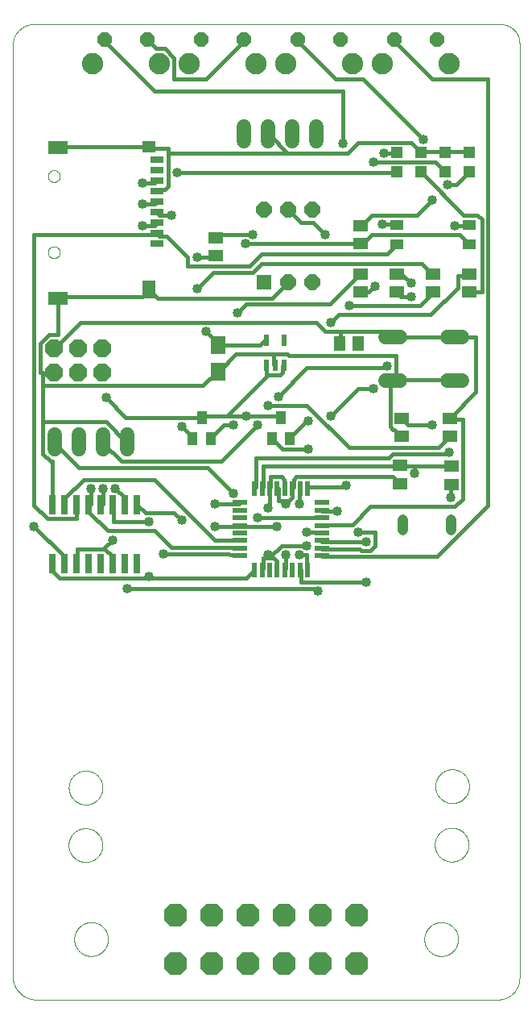
<source format=gtl>
G75*
%MOIN*%
%OFA0B0*%
%FSLAX25Y25*%
%IPPOS*%
%LPD*%
%AMOC8*
5,1,8,0,0,1.08239X$1,22.5*
%
%ADD10C,0.00000*%
%ADD11R,0.04724X0.04724*%
%ADD12R,0.06400X0.06400*%
%ADD13OC8,0.06400*%
%ADD14R,0.03937X0.05512*%
%ADD15R,0.05906X0.05118*%
%ADD16C,0.06000*%
%ADD17R,0.05118X0.05906*%
%ADD18C,0.04400*%
%ADD19R,0.02000X0.06000*%
%ADD20R,0.06000X0.02000*%
%ADD21OC8,0.06000*%
%ADD22C,0.08850*%
%ADD23R,0.02600X0.08000*%
%ADD24R,0.02165X0.04724*%
%ADD25R,0.05906X0.07677*%
%ADD26R,0.05512X0.04331*%
%ADD27OC8,0.07400*%
%ADD28OC8,0.09449*%
%ADD29C,0.05937*%
%ADD30R,0.07874X0.05512*%
%ADD31R,0.05512X0.05039*%
%ADD32R,0.05512X0.07677*%
%ADD33R,0.05512X0.02756*%
%ADD34C,0.01600*%
%ADD35C,0.04000*%
D10*
X0032652Y0010767D02*
X0032652Y0395526D01*
X0032651Y0395526D02*
X0032654Y0395737D01*
X0032661Y0395947D01*
X0032674Y0396158D01*
X0032692Y0396368D01*
X0032715Y0396577D01*
X0032743Y0396786D01*
X0032775Y0396994D01*
X0032813Y0397201D01*
X0032856Y0397408D01*
X0032904Y0397613D01*
X0032957Y0397817D01*
X0033015Y0398019D01*
X0033078Y0398221D01*
X0033145Y0398420D01*
X0033218Y0398618D01*
X0033295Y0398814D01*
X0033377Y0399008D01*
X0033463Y0399201D01*
X0033554Y0399391D01*
X0033650Y0399578D01*
X0033750Y0399764D01*
X0033855Y0399947D01*
X0033964Y0400127D01*
X0034077Y0400305D01*
X0034195Y0400480D01*
X0034316Y0400651D01*
X0034442Y0400820D01*
X0034572Y0400986D01*
X0034706Y0401149D01*
X0034844Y0401308D01*
X0034986Y0401464D01*
X0035131Y0401617D01*
X0035280Y0401766D01*
X0035433Y0401911D01*
X0035589Y0402053D01*
X0035748Y0402191D01*
X0035911Y0402325D01*
X0036077Y0402455D01*
X0036246Y0402581D01*
X0036417Y0402702D01*
X0036592Y0402820D01*
X0036770Y0402933D01*
X0036950Y0403042D01*
X0037133Y0403147D01*
X0037319Y0403247D01*
X0037506Y0403343D01*
X0037696Y0403434D01*
X0037889Y0403520D01*
X0038083Y0403602D01*
X0038279Y0403679D01*
X0038477Y0403752D01*
X0038676Y0403819D01*
X0038878Y0403882D01*
X0039080Y0403940D01*
X0039284Y0403993D01*
X0039489Y0404041D01*
X0039696Y0404084D01*
X0039903Y0404122D01*
X0040111Y0404154D01*
X0040320Y0404182D01*
X0040529Y0404205D01*
X0040739Y0404223D01*
X0040950Y0404236D01*
X0041160Y0404243D01*
X0041371Y0404246D01*
X0041371Y0404245D02*
X0234687Y0404245D01*
X0234878Y0404243D01*
X0235068Y0404236D01*
X0235258Y0404224D01*
X0235448Y0404208D01*
X0235638Y0404188D01*
X0235826Y0404162D01*
X0236015Y0404132D01*
X0236202Y0404098D01*
X0236389Y0404059D01*
X0236574Y0404016D01*
X0236759Y0403968D01*
X0236942Y0403916D01*
X0237124Y0403859D01*
X0237304Y0403798D01*
X0237483Y0403733D01*
X0237661Y0403663D01*
X0237836Y0403589D01*
X0238010Y0403511D01*
X0238182Y0403428D01*
X0238352Y0403342D01*
X0238519Y0403251D01*
X0238685Y0403156D01*
X0238848Y0403058D01*
X0239009Y0402955D01*
X0239167Y0402849D01*
X0239322Y0402739D01*
X0239475Y0402625D01*
X0239625Y0402508D01*
X0239772Y0402386D01*
X0239916Y0402262D01*
X0240057Y0402134D01*
X0240195Y0402002D01*
X0240330Y0401867D01*
X0240462Y0401729D01*
X0240590Y0401588D01*
X0240714Y0401444D01*
X0240836Y0401297D01*
X0240953Y0401147D01*
X0241067Y0400994D01*
X0241177Y0400839D01*
X0241283Y0400681D01*
X0241386Y0400520D01*
X0241484Y0400357D01*
X0241579Y0400191D01*
X0241670Y0400024D01*
X0241756Y0399854D01*
X0241839Y0399682D01*
X0241917Y0399508D01*
X0241991Y0399333D01*
X0242061Y0399155D01*
X0242126Y0398976D01*
X0242187Y0398796D01*
X0242244Y0398614D01*
X0242296Y0398431D01*
X0242344Y0398246D01*
X0242387Y0398061D01*
X0242426Y0397874D01*
X0242460Y0397687D01*
X0242490Y0397498D01*
X0242516Y0397310D01*
X0242536Y0397120D01*
X0242552Y0396930D01*
X0242564Y0396740D01*
X0242571Y0396550D01*
X0242573Y0396359D01*
X0242573Y0009978D01*
X0242570Y0009761D01*
X0242563Y0009544D01*
X0242549Y0009328D01*
X0242531Y0009111D01*
X0242508Y0008896D01*
X0242479Y0008681D01*
X0242445Y0008466D01*
X0242406Y0008253D01*
X0242361Y0008041D01*
X0242312Y0007829D01*
X0242258Y0007619D01*
X0242198Y0007411D01*
X0242134Y0007204D01*
X0242064Y0006998D01*
X0241990Y0006794D01*
X0241910Y0006592D01*
X0241826Y0006393D01*
X0241737Y0006195D01*
X0241643Y0005999D01*
X0241545Y0005806D01*
X0241441Y0005615D01*
X0241334Y0005427D01*
X0241222Y0005241D01*
X0241105Y0005058D01*
X0240984Y0004878D01*
X0240858Y0004701D01*
X0240729Y0004527D01*
X0240595Y0004356D01*
X0240457Y0004189D01*
X0240315Y0004024D01*
X0240169Y0003864D01*
X0240020Y0003707D01*
X0239866Y0003553D01*
X0239709Y0003404D01*
X0239549Y0003258D01*
X0239384Y0003116D01*
X0239217Y0002978D01*
X0239046Y0002844D01*
X0238872Y0002715D01*
X0238695Y0002589D01*
X0238515Y0002468D01*
X0238332Y0002351D01*
X0238146Y0002239D01*
X0237958Y0002132D01*
X0237767Y0002028D01*
X0237574Y0001930D01*
X0237378Y0001836D01*
X0237180Y0001747D01*
X0236981Y0001663D01*
X0236779Y0001583D01*
X0236575Y0001509D01*
X0236369Y0001439D01*
X0236162Y0001375D01*
X0235954Y0001315D01*
X0235744Y0001261D01*
X0235532Y0001212D01*
X0235320Y0001167D01*
X0235107Y0001128D01*
X0234892Y0001094D01*
X0234677Y0001065D01*
X0234462Y0001042D01*
X0234245Y0001024D01*
X0234029Y0001010D01*
X0233812Y0001003D01*
X0233595Y0001000D01*
X0042418Y0001000D01*
X0042182Y0001003D01*
X0041946Y0001011D01*
X0041711Y0001026D01*
X0041475Y0001046D01*
X0041241Y0001071D01*
X0041007Y0001102D01*
X0040774Y0001139D01*
X0040541Y0001182D01*
X0040310Y0001230D01*
X0040081Y0001284D01*
X0039852Y0001343D01*
X0039625Y0001408D01*
X0039400Y0001478D01*
X0039176Y0001554D01*
X0038955Y0001635D01*
X0038735Y0001721D01*
X0038517Y0001813D01*
X0038302Y0001910D01*
X0038089Y0002012D01*
X0037879Y0002119D01*
X0037671Y0002231D01*
X0037467Y0002348D01*
X0037265Y0002470D01*
X0037066Y0002597D01*
X0036870Y0002729D01*
X0036677Y0002865D01*
X0036488Y0003006D01*
X0036302Y0003152D01*
X0036120Y0003302D01*
X0035941Y0003456D01*
X0035767Y0003615D01*
X0035596Y0003778D01*
X0035429Y0003945D01*
X0035266Y0004116D01*
X0035107Y0004290D01*
X0034953Y0004469D01*
X0034803Y0004651D01*
X0034657Y0004837D01*
X0034516Y0005026D01*
X0034380Y0005219D01*
X0034248Y0005415D01*
X0034121Y0005614D01*
X0033999Y0005816D01*
X0033882Y0006020D01*
X0033770Y0006228D01*
X0033663Y0006438D01*
X0033561Y0006651D01*
X0033464Y0006866D01*
X0033372Y0007084D01*
X0033286Y0007304D01*
X0033205Y0007525D01*
X0033129Y0007749D01*
X0033059Y0007974D01*
X0032994Y0008201D01*
X0032935Y0008430D01*
X0032881Y0008659D01*
X0032833Y0008890D01*
X0032790Y0009123D01*
X0032753Y0009356D01*
X0032722Y0009590D01*
X0032697Y0009824D01*
X0032677Y0010060D01*
X0032662Y0010295D01*
X0032654Y0010531D01*
X0032651Y0010767D01*
X0058152Y0026000D02*
X0058154Y0026172D01*
X0058160Y0026343D01*
X0058171Y0026515D01*
X0058186Y0026686D01*
X0058205Y0026857D01*
X0058228Y0027027D01*
X0058255Y0027197D01*
X0058287Y0027366D01*
X0058322Y0027534D01*
X0058362Y0027701D01*
X0058406Y0027867D01*
X0058453Y0028032D01*
X0058505Y0028196D01*
X0058561Y0028358D01*
X0058621Y0028519D01*
X0058685Y0028679D01*
X0058753Y0028837D01*
X0058824Y0028993D01*
X0058899Y0029147D01*
X0058979Y0029300D01*
X0059061Y0029450D01*
X0059148Y0029599D01*
X0059238Y0029745D01*
X0059332Y0029889D01*
X0059429Y0030031D01*
X0059530Y0030170D01*
X0059634Y0030307D01*
X0059741Y0030441D01*
X0059852Y0030572D01*
X0059965Y0030701D01*
X0060082Y0030827D01*
X0060202Y0030950D01*
X0060325Y0031070D01*
X0060451Y0031187D01*
X0060580Y0031300D01*
X0060711Y0031411D01*
X0060845Y0031518D01*
X0060982Y0031622D01*
X0061121Y0031723D01*
X0061263Y0031820D01*
X0061407Y0031914D01*
X0061553Y0032004D01*
X0061702Y0032091D01*
X0061852Y0032173D01*
X0062005Y0032253D01*
X0062159Y0032328D01*
X0062315Y0032399D01*
X0062473Y0032467D01*
X0062633Y0032531D01*
X0062794Y0032591D01*
X0062956Y0032647D01*
X0063120Y0032699D01*
X0063285Y0032746D01*
X0063451Y0032790D01*
X0063618Y0032830D01*
X0063786Y0032865D01*
X0063955Y0032897D01*
X0064125Y0032924D01*
X0064295Y0032947D01*
X0064466Y0032966D01*
X0064637Y0032981D01*
X0064809Y0032992D01*
X0064980Y0032998D01*
X0065152Y0033000D01*
X0065324Y0032998D01*
X0065495Y0032992D01*
X0065667Y0032981D01*
X0065838Y0032966D01*
X0066009Y0032947D01*
X0066179Y0032924D01*
X0066349Y0032897D01*
X0066518Y0032865D01*
X0066686Y0032830D01*
X0066853Y0032790D01*
X0067019Y0032746D01*
X0067184Y0032699D01*
X0067348Y0032647D01*
X0067510Y0032591D01*
X0067671Y0032531D01*
X0067831Y0032467D01*
X0067989Y0032399D01*
X0068145Y0032328D01*
X0068299Y0032253D01*
X0068452Y0032173D01*
X0068602Y0032091D01*
X0068751Y0032004D01*
X0068897Y0031914D01*
X0069041Y0031820D01*
X0069183Y0031723D01*
X0069322Y0031622D01*
X0069459Y0031518D01*
X0069593Y0031411D01*
X0069724Y0031300D01*
X0069853Y0031187D01*
X0069979Y0031070D01*
X0070102Y0030950D01*
X0070222Y0030827D01*
X0070339Y0030701D01*
X0070452Y0030572D01*
X0070563Y0030441D01*
X0070670Y0030307D01*
X0070774Y0030170D01*
X0070875Y0030031D01*
X0070972Y0029889D01*
X0071066Y0029745D01*
X0071156Y0029599D01*
X0071243Y0029450D01*
X0071325Y0029300D01*
X0071405Y0029147D01*
X0071480Y0028993D01*
X0071551Y0028837D01*
X0071619Y0028679D01*
X0071683Y0028519D01*
X0071743Y0028358D01*
X0071799Y0028196D01*
X0071851Y0028032D01*
X0071898Y0027867D01*
X0071942Y0027701D01*
X0071982Y0027534D01*
X0072017Y0027366D01*
X0072049Y0027197D01*
X0072076Y0027027D01*
X0072099Y0026857D01*
X0072118Y0026686D01*
X0072133Y0026515D01*
X0072144Y0026343D01*
X0072150Y0026172D01*
X0072152Y0026000D01*
X0072150Y0025828D01*
X0072144Y0025657D01*
X0072133Y0025485D01*
X0072118Y0025314D01*
X0072099Y0025143D01*
X0072076Y0024973D01*
X0072049Y0024803D01*
X0072017Y0024634D01*
X0071982Y0024466D01*
X0071942Y0024299D01*
X0071898Y0024133D01*
X0071851Y0023968D01*
X0071799Y0023804D01*
X0071743Y0023642D01*
X0071683Y0023481D01*
X0071619Y0023321D01*
X0071551Y0023163D01*
X0071480Y0023007D01*
X0071405Y0022853D01*
X0071325Y0022700D01*
X0071243Y0022550D01*
X0071156Y0022401D01*
X0071066Y0022255D01*
X0070972Y0022111D01*
X0070875Y0021969D01*
X0070774Y0021830D01*
X0070670Y0021693D01*
X0070563Y0021559D01*
X0070452Y0021428D01*
X0070339Y0021299D01*
X0070222Y0021173D01*
X0070102Y0021050D01*
X0069979Y0020930D01*
X0069853Y0020813D01*
X0069724Y0020700D01*
X0069593Y0020589D01*
X0069459Y0020482D01*
X0069322Y0020378D01*
X0069183Y0020277D01*
X0069041Y0020180D01*
X0068897Y0020086D01*
X0068751Y0019996D01*
X0068602Y0019909D01*
X0068452Y0019827D01*
X0068299Y0019747D01*
X0068145Y0019672D01*
X0067989Y0019601D01*
X0067831Y0019533D01*
X0067671Y0019469D01*
X0067510Y0019409D01*
X0067348Y0019353D01*
X0067184Y0019301D01*
X0067019Y0019254D01*
X0066853Y0019210D01*
X0066686Y0019170D01*
X0066518Y0019135D01*
X0066349Y0019103D01*
X0066179Y0019076D01*
X0066009Y0019053D01*
X0065838Y0019034D01*
X0065667Y0019019D01*
X0065495Y0019008D01*
X0065324Y0019002D01*
X0065152Y0019000D01*
X0064980Y0019002D01*
X0064809Y0019008D01*
X0064637Y0019019D01*
X0064466Y0019034D01*
X0064295Y0019053D01*
X0064125Y0019076D01*
X0063955Y0019103D01*
X0063786Y0019135D01*
X0063618Y0019170D01*
X0063451Y0019210D01*
X0063285Y0019254D01*
X0063120Y0019301D01*
X0062956Y0019353D01*
X0062794Y0019409D01*
X0062633Y0019469D01*
X0062473Y0019533D01*
X0062315Y0019601D01*
X0062159Y0019672D01*
X0062005Y0019747D01*
X0061852Y0019827D01*
X0061702Y0019909D01*
X0061553Y0019996D01*
X0061407Y0020086D01*
X0061263Y0020180D01*
X0061121Y0020277D01*
X0060982Y0020378D01*
X0060845Y0020482D01*
X0060711Y0020589D01*
X0060580Y0020700D01*
X0060451Y0020813D01*
X0060325Y0020930D01*
X0060202Y0021050D01*
X0060082Y0021173D01*
X0059965Y0021299D01*
X0059852Y0021428D01*
X0059741Y0021559D01*
X0059634Y0021693D01*
X0059530Y0021830D01*
X0059429Y0021969D01*
X0059332Y0022111D01*
X0059238Y0022255D01*
X0059148Y0022401D01*
X0059061Y0022550D01*
X0058979Y0022700D01*
X0058899Y0022853D01*
X0058824Y0023007D01*
X0058753Y0023163D01*
X0058685Y0023321D01*
X0058621Y0023481D01*
X0058561Y0023642D01*
X0058505Y0023804D01*
X0058453Y0023968D01*
X0058406Y0024133D01*
X0058362Y0024299D01*
X0058322Y0024466D01*
X0058287Y0024634D01*
X0058255Y0024803D01*
X0058228Y0024973D01*
X0058205Y0025143D01*
X0058186Y0025314D01*
X0058171Y0025485D01*
X0058160Y0025657D01*
X0058154Y0025828D01*
X0058152Y0026000D01*
X0055822Y0064839D02*
X0055824Y0065011D01*
X0055830Y0065182D01*
X0055841Y0065354D01*
X0055856Y0065525D01*
X0055875Y0065696D01*
X0055898Y0065866D01*
X0055925Y0066036D01*
X0055957Y0066205D01*
X0055992Y0066373D01*
X0056032Y0066540D01*
X0056076Y0066706D01*
X0056123Y0066871D01*
X0056175Y0067035D01*
X0056231Y0067197D01*
X0056291Y0067358D01*
X0056355Y0067518D01*
X0056423Y0067676D01*
X0056494Y0067832D01*
X0056569Y0067986D01*
X0056649Y0068139D01*
X0056731Y0068289D01*
X0056818Y0068438D01*
X0056908Y0068584D01*
X0057002Y0068728D01*
X0057099Y0068870D01*
X0057200Y0069009D01*
X0057304Y0069146D01*
X0057411Y0069280D01*
X0057522Y0069411D01*
X0057635Y0069540D01*
X0057752Y0069666D01*
X0057872Y0069789D01*
X0057995Y0069909D01*
X0058121Y0070026D01*
X0058250Y0070139D01*
X0058381Y0070250D01*
X0058515Y0070357D01*
X0058652Y0070461D01*
X0058791Y0070562D01*
X0058933Y0070659D01*
X0059077Y0070753D01*
X0059223Y0070843D01*
X0059372Y0070930D01*
X0059522Y0071012D01*
X0059675Y0071092D01*
X0059829Y0071167D01*
X0059985Y0071238D01*
X0060143Y0071306D01*
X0060303Y0071370D01*
X0060464Y0071430D01*
X0060626Y0071486D01*
X0060790Y0071538D01*
X0060955Y0071585D01*
X0061121Y0071629D01*
X0061288Y0071669D01*
X0061456Y0071704D01*
X0061625Y0071736D01*
X0061795Y0071763D01*
X0061965Y0071786D01*
X0062136Y0071805D01*
X0062307Y0071820D01*
X0062479Y0071831D01*
X0062650Y0071837D01*
X0062822Y0071839D01*
X0062994Y0071837D01*
X0063165Y0071831D01*
X0063337Y0071820D01*
X0063508Y0071805D01*
X0063679Y0071786D01*
X0063849Y0071763D01*
X0064019Y0071736D01*
X0064188Y0071704D01*
X0064356Y0071669D01*
X0064523Y0071629D01*
X0064689Y0071585D01*
X0064854Y0071538D01*
X0065018Y0071486D01*
X0065180Y0071430D01*
X0065341Y0071370D01*
X0065501Y0071306D01*
X0065659Y0071238D01*
X0065815Y0071167D01*
X0065969Y0071092D01*
X0066122Y0071012D01*
X0066272Y0070930D01*
X0066421Y0070843D01*
X0066567Y0070753D01*
X0066711Y0070659D01*
X0066853Y0070562D01*
X0066992Y0070461D01*
X0067129Y0070357D01*
X0067263Y0070250D01*
X0067394Y0070139D01*
X0067523Y0070026D01*
X0067649Y0069909D01*
X0067772Y0069789D01*
X0067892Y0069666D01*
X0068009Y0069540D01*
X0068122Y0069411D01*
X0068233Y0069280D01*
X0068340Y0069146D01*
X0068444Y0069009D01*
X0068545Y0068870D01*
X0068642Y0068728D01*
X0068736Y0068584D01*
X0068826Y0068438D01*
X0068913Y0068289D01*
X0068995Y0068139D01*
X0069075Y0067986D01*
X0069150Y0067832D01*
X0069221Y0067676D01*
X0069289Y0067518D01*
X0069353Y0067358D01*
X0069413Y0067197D01*
X0069469Y0067035D01*
X0069521Y0066871D01*
X0069568Y0066706D01*
X0069612Y0066540D01*
X0069652Y0066373D01*
X0069687Y0066205D01*
X0069719Y0066036D01*
X0069746Y0065866D01*
X0069769Y0065696D01*
X0069788Y0065525D01*
X0069803Y0065354D01*
X0069814Y0065182D01*
X0069820Y0065011D01*
X0069822Y0064839D01*
X0069820Y0064667D01*
X0069814Y0064496D01*
X0069803Y0064324D01*
X0069788Y0064153D01*
X0069769Y0063982D01*
X0069746Y0063812D01*
X0069719Y0063642D01*
X0069687Y0063473D01*
X0069652Y0063305D01*
X0069612Y0063138D01*
X0069568Y0062972D01*
X0069521Y0062807D01*
X0069469Y0062643D01*
X0069413Y0062481D01*
X0069353Y0062320D01*
X0069289Y0062160D01*
X0069221Y0062002D01*
X0069150Y0061846D01*
X0069075Y0061692D01*
X0068995Y0061539D01*
X0068913Y0061389D01*
X0068826Y0061240D01*
X0068736Y0061094D01*
X0068642Y0060950D01*
X0068545Y0060808D01*
X0068444Y0060669D01*
X0068340Y0060532D01*
X0068233Y0060398D01*
X0068122Y0060267D01*
X0068009Y0060138D01*
X0067892Y0060012D01*
X0067772Y0059889D01*
X0067649Y0059769D01*
X0067523Y0059652D01*
X0067394Y0059539D01*
X0067263Y0059428D01*
X0067129Y0059321D01*
X0066992Y0059217D01*
X0066853Y0059116D01*
X0066711Y0059019D01*
X0066567Y0058925D01*
X0066421Y0058835D01*
X0066272Y0058748D01*
X0066122Y0058666D01*
X0065969Y0058586D01*
X0065815Y0058511D01*
X0065659Y0058440D01*
X0065501Y0058372D01*
X0065341Y0058308D01*
X0065180Y0058248D01*
X0065018Y0058192D01*
X0064854Y0058140D01*
X0064689Y0058093D01*
X0064523Y0058049D01*
X0064356Y0058009D01*
X0064188Y0057974D01*
X0064019Y0057942D01*
X0063849Y0057915D01*
X0063679Y0057892D01*
X0063508Y0057873D01*
X0063337Y0057858D01*
X0063165Y0057847D01*
X0062994Y0057841D01*
X0062822Y0057839D01*
X0062650Y0057841D01*
X0062479Y0057847D01*
X0062307Y0057858D01*
X0062136Y0057873D01*
X0061965Y0057892D01*
X0061795Y0057915D01*
X0061625Y0057942D01*
X0061456Y0057974D01*
X0061288Y0058009D01*
X0061121Y0058049D01*
X0060955Y0058093D01*
X0060790Y0058140D01*
X0060626Y0058192D01*
X0060464Y0058248D01*
X0060303Y0058308D01*
X0060143Y0058372D01*
X0059985Y0058440D01*
X0059829Y0058511D01*
X0059675Y0058586D01*
X0059522Y0058666D01*
X0059372Y0058748D01*
X0059223Y0058835D01*
X0059077Y0058925D01*
X0058933Y0059019D01*
X0058791Y0059116D01*
X0058652Y0059217D01*
X0058515Y0059321D01*
X0058381Y0059428D01*
X0058250Y0059539D01*
X0058121Y0059652D01*
X0057995Y0059769D01*
X0057872Y0059889D01*
X0057752Y0060012D01*
X0057635Y0060138D01*
X0057522Y0060267D01*
X0057411Y0060398D01*
X0057304Y0060532D01*
X0057200Y0060669D01*
X0057099Y0060808D01*
X0057002Y0060950D01*
X0056908Y0061094D01*
X0056818Y0061240D01*
X0056731Y0061389D01*
X0056649Y0061539D01*
X0056569Y0061692D01*
X0056494Y0061846D01*
X0056423Y0062002D01*
X0056355Y0062160D01*
X0056291Y0062320D01*
X0056231Y0062481D01*
X0056175Y0062643D01*
X0056123Y0062807D01*
X0056076Y0062972D01*
X0056032Y0063138D01*
X0055992Y0063305D01*
X0055957Y0063473D01*
X0055925Y0063642D01*
X0055898Y0063812D01*
X0055875Y0063982D01*
X0055856Y0064153D01*
X0055841Y0064324D01*
X0055830Y0064496D01*
X0055824Y0064667D01*
X0055822Y0064839D01*
X0055891Y0088621D02*
X0055893Y0088793D01*
X0055899Y0088964D01*
X0055910Y0089136D01*
X0055925Y0089307D01*
X0055944Y0089478D01*
X0055967Y0089648D01*
X0055994Y0089818D01*
X0056026Y0089987D01*
X0056061Y0090155D01*
X0056101Y0090322D01*
X0056145Y0090488D01*
X0056192Y0090653D01*
X0056244Y0090817D01*
X0056300Y0090979D01*
X0056360Y0091140D01*
X0056424Y0091300D01*
X0056492Y0091458D01*
X0056563Y0091614D01*
X0056638Y0091768D01*
X0056718Y0091921D01*
X0056800Y0092071D01*
X0056887Y0092220D01*
X0056977Y0092366D01*
X0057071Y0092510D01*
X0057168Y0092652D01*
X0057269Y0092791D01*
X0057373Y0092928D01*
X0057480Y0093062D01*
X0057591Y0093193D01*
X0057704Y0093322D01*
X0057821Y0093448D01*
X0057941Y0093571D01*
X0058064Y0093691D01*
X0058190Y0093808D01*
X0058319Y0093921D01*
X0058450Y0094032D01*
X0058584Y0094139D01*
X0058721Y0094243D01*
X0058860Y0094344D01*
X0059002Y0094441D01*
X0059146Y0094535D01*
X0059292Y0094625D01*
X0059441Y0094712D01*
X0059591Y0094794D01*
X0059744Y0094874D01*
X0059898Y0094949D01*
X0060054Y0095020D01*
X0060212Y0095088D01*
X0060372Y0095152D01*
X0060533Y0095212D01*
X0060695Y0095268D01*
X0060859Y0095320D01*
X0061024Y0095367D01*
X0061190Y0095411D01*
X0061357Y0095451D01*
X0061525Y0095486D01*
X0061694Y0095518D01*
X0061864Y0095545D01*
X0062034Y0095568D01*
X0062205Y0095587D01*
X0062376Y0095602D01*
X0062548Y0095613D01*
X0062719Y0095619D01*
X0062891Y0095621D01*
X0063063Y0095619D01*
X0063234Y0095613D01*
X0063406Y0095602D01*
X0063577Y0095587D01*
X0063748Y0095568D01*
X0063918Y0095545D01*
X0064088Y0095518D01*
X0064257Y0095486D01*
X0064425Y0095451D01*
X0064592Y0095411D01*
X0064758Y0095367D01*
X0064923Y0095320D01*
X0065087Y0095268D01*
X0065249Y0095212D01*
X0065410Y0095152D01*
X0065570Y0095088D01*
X0065728Y0095020D01*
X0065884Y0094949D01*
X0066038Y0094874D01*
X0066191Y0094794D01*
X0066341Y0094712D01*
X0066490Y0094625D01*
X0066636Y0094535D01*
X0066780Y0094441D01*
X0066922Y0094344D01*
X0067061Y0094243D01*
X0067198Y0094139D01*
X0067332Y0094032D01*
X0067463Y0093921D01*
X0067592Y0093808D01*
X0067718Y0093691D01*
X0067841Y0093571D01*
X0067961Y0093448D01*
X0068078Y0093322D01*
X0068191Y0093193D01*
X0068302Y0093062D01*
X0068409Y0092928D01*
X0068513Y0092791D01*
X0068614Y0092652D01*
X0068711Y0092510D01*
X0068805Y0092366D01*
X0068895Y0092220D01*
X0068982Y0092071D01*
X0069064Y0091921D01*
X0069144Y0091768D01*
X0069219Y0091614D01*
X0069290Y0091458D01*
X0069358Y0091300D01*
X0069422Y0091140D01*
X0069482Y0090979D01*
X0069538Y0090817D01*
X0069590Y0090653D01*
X0069637Y0090488D01*
X0069681Y0090322D01*
X0069721Y0090155D01*
X0069756Y0089987D01*
X0069788Y0089818D01*
X0069815Y0089648D01*
X0069838Y0089478D01*
X0069857Y0089307D01*
X0069872Y0089136D01*
X0069883Y0088964D01*
X0069889Y0088793D01*
X0069891Y0088621D01*
X0069889Y0088449D01*
X0069883Y0088278D01*
X0069872Y0088106D01*
X0069857Y0087935D01*
X0069838Y0087764D01*
X0069815Y0087594D01*
X0069788Y0087424D01*
X0069756Y0087255D01*
X0069721Y0087087D01*
X0069681Y0086920D01*
X0069637Y0086754D01*
X0069590Y0086589D01*
X0069538Y0086425D01*
X0069482Y0086263D01*
X0069422Y0086102D01*
X0069358Y0085942D01*
X0069290Y0085784D01*
X0069219Y0085628D01*
X0069144Y0085474D01*
X0069064Y0085321D01*
X0068982Y0085171D01*
X0068895Y0085022D01*
X0068805Y0084876D01*
X0068711Y0084732D01*
X0068614Y0084590D01*
X0068513Y0084451D01*
X0068409Y0084314D01*
X0068302Y0084180D01*
X0068191Y0084049D01*
X0068078Y0083920D01*
X0067961Y0083794D01*
X0067841Y0083671D01*
X0067718Y0083551D01*
X0067592Y0083434D01*
X0067463Y0083321D01*
X0067332Y0083210D01*
X0067198Y0083103D01*
X0067061Y0082999D01*
X0066922Y0082898D01*
X0066780Y0082801D01*
X0066636Y0082707D01*
X0066490Y0082617D01*
X0066341Y0082530D01*
X0066191Y0082448D01*
X0066038Y0082368D01*
X0065884Y0082293D01*
X0065728Y0082222D01*
X0065570Y0082154D01*
X0065410Y0082090D01*
X0065249Y0082030D01*
X0065087Y0081974D01*
X0064923Y0081922D01*
X0064758Y0081875D01*
X0064592Y0081831D01*
X0064425Y0081791D01*
X0064257Y0081756D01*
X0064088Y0081724D01*
X0063918Y0081697D01*
X0063748Y0081674D01*
X0063577Y0081655D01*
X0063406Y0081640D01*
X0063234Y0081629D01*
X0063063Y0081623D01*
X0062891Y0081621D01*
X0062719Y0081623D01*
X0062548Y0081629D01*
X0062376Y0081640D01*
X0062205Y0081655D01*
X0062034Y0081674D01*
X0061864Y0081697D01*
X0061694Y0081724D01*
X0061525Y0081756D01*
X0061357Y0081791D01*
X0061190Y0081831D01*
X0061024Y0081875D01*
X0060859Y0081922D01*
X0060695Y0081974D01*
X0060533Y0082030D01*
X0060372Y0082090D01*
X0060212Y0082154D01*
X0060054Y0082222D01*
X0059898Y0082293D01*
X0059744Y0082368D01*
X0059591Y0082448D01*
X0059441Y0082530D01*
X0059292Y0082617D01*
X0059146Y0082707D01*
X0059002Y0082801D01*
X0058860Y0082898D01*
X0058721Y0082999D01*
X0058584Y0083103D01*
X0058450Y0083210D01*
X0058319Y0083321D01*
X0058190Y0083434D01*
X0058064Y0083551D01*
X0057941Y0083671D01*
X0057821Y0083794D01*
X0057704Y0083920D01*
X0057591Y0084049D01*
X0057480Y0084180D01*
X0057373Y0084314D01*
X0057269Y0084451D01*
X0057168Y0084590D01*
X0057071Y0084732D01*
X0056977Y0084876D01*
X0056887Y0085022D01*
X0056800Y0085171D01*
X0056718Y0085321D01*
X0056638Y0085474D01*
X0056563Y0085628D01*
X0056492Y0085784D01*
X0056424Y0085942D01*
X0056360Y0086102D01*
X0056300Y0086263D01*
X0056244Y0086425D01*
X0056192Y0086589D01*
X0056145Y0086754D01*
X0056101Y0086920D01*
X0056061Y0087087D01*
X0056026Y0087255D01*
X0055994Y0087424D01*
X0055967Y0087594D01*
X0055944Y0087764D01*
X0055925Y0087935D01*
X0055910Y0088106D01*
X0055899Y0088278D01*
X0055893Y0088449D01*
X0055891Y0088621D01*
X0047274Y0309944D02*
X0047276Y0310043D01*
X0047282Y0310142D01*
X0047292Y0310241D01*
X0047306Y0310339D01*
X0047324Y0310436D01*
X0047346Y0310533D01*
X0047371Y0310629D01*
X0047401Y0310723D01*
X0047434Y0310817D01*
X0047471Y0310909D01*
X0047512Y0310999D01*
X0047556Y0311088D01*
X0047604Y0311174D01*
X0047655Y0311259D01*
X0047710Y0311342D01*
X0047768Y0311422D01*
X0047829Y0311500D01*
X0047893Y0311576D01*
X0047960Y0311649D01*
X0048030Y0311719D01*
X0048103Y0311786D01*
X0048179Y0311850D01*
X0048257Y0311911D01*
X0048337Y0311969D01*
X0048420Y0312024D01*
X0048504Y0312075D01*
X0048591Y0312123D01*
X0048680Y0312167D01*
X0048770Y0312208D01*
X0048862Y0312245D01*
X0048956Y0312278D01*
X0049050Y0312308D01*
X0049146Y0312333D01*
X0049243Y0312355D01*
X0049340Y0312373D01*
X0049438Y0312387D01*
X0049537Y0312397D01*
X0049636Y0312403D01*
X0049735Y0312405D01*
X0049834Y0312403D01*
X0049933Y0312397D01*
X0050032Y0312387D01*
X0050130Y0312373D01*
X0050227Y0312355D01*
X0050324Y0312333D01*
X0050420Y0312308D01*
X0050514Y0312278D01*
X0050608Y0312245D01*
X0050700Y0312208D01*
X0050790Y0312167D01*
X0050879Y0312123D01*
X0050965Y0312075D01*
X0051050Y0312024D01*
X0051133Y0311969D01*
X0051213Y0311911D01*
X0051291Y0311850D01*
X0051367Y0311786D01*
X0051440Y0311719D01*
X0051510Y0311649D01*
X0051577Y0311576D01*
X0051641Y0311500D01*
X0051702Y0311422D01*
X0051760Y0311342D01*
X0051815Y0311259D01*
X0051866Y0311175D01*
X0051914Y0311088D01*
X0051958Y0310999D01*
X0051999Y0310909D01*
X0052036Y0310817D01*
X0052069Y0310723D01*
X0052099Y0310629D01*
X0052124Y0310533D01*
X0052146Y0310436D01*
X0052164Y0310339D01*
X0052178Y0310241D01*
X0052188Y0310142D01*
X0052194Y0310043D01*
X0052196Y0309944D01*
X0052194Y0309845D01*
X0052188Y0309746D01*
X0052178Y0309647D01*
X0052164Y0309549D01*
X0052146Y0309452D01*
X0052124Y0309355D01*
X0052099Y0309259D01*
X0052069Y0309165D01*
X0052036Y0309071D01*
X0051999Y0308979D01*
X0051958Y0308889D01*
X0051914Y0308800D01*
X0051866Y0308714D01*
X0051815Y0308629D01*
X0051760Y0308546D01*
X0051702Y0308466D01*
X0051641Y0308388D01*
X0051577Y0308312D01*
X0051510Y0308239D01*
X0051440Y0308169D01*
X0051367Y0308102D01*
X0051291Y0308038D01*
X0051213Y0307977D01*
X0051133Y0307919D01*
X0051050Y0307864D01*
X0050966Y0307813D01*
X0050879Y0307765D01*
X0050790Y0307721D01*
X0050700Y0307680D01*
X0050608Y0307643D01*
X0050514Y0307610D01*
X0050420Y0307580D01*
X0050324Y0307555D01*
X0050227Y0307533D01*
X0050130Y0307515D01*
X0050032Y0307501D01*
X0049933Y0307491D01*
X0049834Y0307485D01*
X0049735Y0307483D01*
X0049636Y0307485D01*
X0049537Y0307491D01*
X0049438Y0307501D01*
X0049340Y0307515D01*
X0049243Y0307533D01*
X0049146Y0307555D01*
X0049050Y0307580D01*
X0048956Y0307610D01*
X0048862Y0307643D01*
X0048770Y0307680D01*
X0048680Y0307721D01*
X0048591Y0307765D01*
X0048505Y0307813D01*
X0048420Y0307864D01*
X0048337Y0307919D01*
X0048257Y0307977D01*
X0048179Y0308038D01*
X0048103Y0308102D01*
X0048030Y0308169D01*
X0047960Y0308239D01*
X0047893Y0308312D01*
X0047829Y0308388D01*
X0047768Y0308466D01*
X0047710Y0308546D01*
X0047655Y0308629D01*
X0047604Y0308713D01*
X0047556Y0308800D01*
X0047512Y0308889D01*
X0047471Y0308979D01*
X0047434Y0309071D01*
X0047401Y0309165D01*
X0047371Y0309259D01*
X0047346Y0309355D01*
X0047324Y0309452D01*
X0047306Y0309549D01*
X0047292Y0309647D01*
X0047282Y0309746D01*
X0047276Y0309845D01*
X0047274Y0309944D01*
X0047274Y0341440D02*
X0047276Y0341539D01*
X0047282Y0341638D01*
X0047292Y0341737D01*
X0047306Y0341835D01*
X0047324Y0341932D01*
X0047346Y0342029D01*
X0047371Y0342125D01*
X0047401Y0342219D01*
X0047434Y0342313D01*
X0047471Y0342405D01*
X0047512Y0342495D01*
X0047556Y0342584D01*
X0047604Y0342670D01*
X0047655Y0342755D01*
X0047710Y0342838D01*
X0047768Y0342918D01*
X0047829Y0342996D01*
X0047893Y0343072D01*
X0047960Y0343145D01*
X0048030Y0343215D01*
X0048103Y0343282D01*
X0048179Y0343346D01*
X0048257Y0343407D01*
X0048337Y0343465D01*
X0048420Y0343520D01*
X0048504Y0343571D01*
X0048591Y0343619D01*
X0048680Y0343663D01*
X0048770Y0343704D01*
X0048862Y0343741D01*
X0048956Y0343774D01*
X0049050Y0343804D01*
X0049146Y0343829D01*
X0049243Y0343851D01*
X0049340Y0343869D01*
X0049438Y0343883D01*
X0049537Y0343893D01*
X0049636Y0343899D01*
X0049735Y0343901D01*
X0049834Y0343899D01*
X0049933Y0343893D01*
X0050032Y0343883D01*
X0050130Y0343869D01*
X0050227Y0343851D01*
X0050324Y0343829D01*
X0050420Y0343804D01*
X0050514Y0343774D01*
X0050608Y0343741D01*
X0050700Y0343704D01*
X0050790Y0343663D01*
X0050879Y0343619D01*
X0050965Y0343571D01*
X0051050Y0343520D01*
X0051133Y0343465D01*
X0051213Y0343407D01*
X0051291Y0343346D01*
X0051367Y0343282D01*
X0051440Y0343215D01*
X0051510Y0343145D01*
X0051577Y0343072D01*
X0051641Y0342996D01*
X0051702Y0342918D01*
X0051760Y0342838D01*
X0051815Y0342755D01*
X0051866Y0342671D01*
X0051914Y0342584D01*
X0051958Y0342495D01*
X0051999Y0342405D01*
X0052036Y0342313D01*
X0052069Y0342219D01*
X0052099Y0342125D01*
X0052124Y0342029D01*
X0052146Y0341932D01*
X0052164Y0341835D01*
X0052178Y0341737D01*
X0052188Y0341638D01*
X0052194Y0341539D01*
X0052196Y0341440D01*
X0052194Y0341341D01*
X0052188Y0341242D01*
X0052178Y0341143D01*
X0052164Y0341045D01*
X0052146Y0340948D01*
X0052124Y0340851D01*
X0052099Y0340755D01*
X0052069Y0340661D01*
X0052036Y0340567D01*
X0051999Y0340475D01*
X0051958Y0340385D01*
X0051914Y0340296D01*
X0051866Y0340210D01*
X0051815Y0340125D01*
X0051760Y0340042D01*
X0051702Y0339962D01*
X0051641Y0339884D01*
X0051577Y0339808D01*
X0051510Y0339735D01*
X0051440Y0339665D01*
X0051367Y0339598D01*
X0051291Y0339534D01*
X0051213Y0339473D01*
X0051133Y0339415D01*
X0051050Y0339360D01*
X0050966Y0339309D01*
X0050879Y0339261D01*
X0050790Y0339217D01*
X0050700Y0339176D01*
X0050608Y0339139D01*
X0050514Y0339106D01*
X0050420Y0339076D01*
X0050324Y0339051D01*
X0050227Y0339029D01*
X0050130Y0339011D01*
X0050032Y0338997D01*
X0049933Y0338987D01*
X0049834Y0338981D01*
X0049735Y0338979D01*
X0049636Y0338981D01*
X0049537Y0338987D01*
X0049438Y0338997D01*
X0049340Y0339011D01*
X0049243Y0339029D01*
X0049146Y0339051D01*
X0049050Y0339076D01*
X0048956Y0339106D01*
X0048862Y0339139D01*
X0048770Y0339176D01*
X0048680Y0339217D01*
X0048591Y0339261D01*
X0048505Y0339309D01*
X0048420Y0339360D01*
X0048337Y0339415D01*
X0048257Y0339473D01*
X0048179Y0339534D01*
X0048103Y0339598D01*
X0048030Y0339665D01*
X0047960Y0339735D01*
X0047893Y0339808D01*
X0047829Y0339884D01*
X0047768Y0339962D01*
X0047710Y0340042D01*
X0047655Y0340125D01*
X0047604Y0340209D01*
X0047556Y0340296D01*
X0047512Y0340385D01*
X0047471Y0340475D01*
X0047434Y0340567D01*
X0047401Y0340661D01*
X0047371Y0340755D01*
X0047346Y0340851D01*
X0047324Y0340948D01*
X0047306Y0341045D01*
X0047292Y0341143D01*
X0047282Y0341242D01*
X0047276Y0341341D01*
X0047274Y0341440D01*
X0207699Y0089198D02*
X0207701Y0089370D01*
X0207707Y0089541D01*
X0207718Y0089713D01*
X0207733Y0089884D01*
X0207752Y0090055D01*
X0207775Y0090225D01*
X0207802Y0090395D01*
X0207834Y0090564D01*
X0207869Y0090732D01*
X0207909Y0090899D01*
X0207953Y0091065D01*
X0208000Y0091230D01*
X0208052Y0091394D01*
X0208108Y0091556D01*
X0208168Y0091717D01*
X0208232Y0091877D01*
X0208300Y0092035D01*
X0208371Y0092191D01*
X0208446Y0092345D01*
X0208526Y0092498D01*
X0208608Y0092648D01*
X0208695Y0092797D01*
X0208785Y0092943D01*
X0208879Y0093087D01*
X0208976Y0093229D01*
X0209077Y0093368D01*
X0209181Y0093505D01*
X0209288Y0093639D01*
X0209399Y0093770D01*
X0209512Y0093899D01*
X0209629Y0094025D01*
X0209749Y0094148D01*
X0209872Y0094268D01*
X0209998Y0094385D01*
X0210127Y0094498D01*
X0210258Y0094609D01*
X0210392Y0094716D01*
X0210529Y0094820D01*
X0210668Y0094921D01*
X0210810Y0095018D01*
X0210954Y0095112D01*
X0211100Y0095202D01*
X0211249Y0095289D01*
X0211399Y0095371D01*
X0211552Y0095451D01*
X0211706Y0095526D01*
X0211862Y0095597D01*
X0212020Y0095665D01*
X0212180Y0095729D01*
X0212341Y0095789D01*
X0212503Y0095845D01*
X0212667Y0095897D01*
X0212832Y0095944D01*
X0212998Y0095988D01*
X0213165Y0096028D01*
X0213333Y0096063D01*
X0213502Y0096095D01*
X0213672Y0096122D01*
X0213842Y0096145D01*
X0214013Y0096164D01*
X0214184Y0096179D01*
X0214356Y0096190D01*
X0214527Y0096196D01*
X0214699Y0096198D01*
X0214871Y0096196D01*
X0215042Y0096190D01*
X0215214Y0096179D01*
X0215385Y0096164D01*
X0215556Y0096145D01*
X0215726Y0096122D01*
X0215896Y0096095D01*
X0216065Y0096063D01*
X0216233Y0096028D01*
X0216400Y0095988D01*
X0216566Y0095944D01*
X0216731Y0095897D01*
X0216895Y0095845D01*
X0217057Y0095789D01*
X0217218Y0095729D01*
X0217378Y0095665D01*
X0217536Y0095597D01*
X0217692Y0095526D01*
X0217846Y0095451D01*
X0217999Y0095371D01*
X0218149Y0095289D01*
X0218298Y0095202D01*
X0218444Y0095112D01*
X0218588Y0095018D01*
X0218730Y0094921D01*
X0218869Y0094820D01*
X0219006Y0094716D01*
X0219140Y0094609D01*
X0219271Y0094498D01*
X0219400Y0094385D01*
X0219526Y0094268D01*
X0219649Y0094148D01*
X0219769Y0094025D01*
X0219886Y0093899D01*
X0219999Y0093770D01*
X0220110Y0093639D01*
X0220217Y0093505D01*
X0220321Y0093368D01*
X0220422Y0093229D01*
X0220519Y0093087D01*
X0220613Y0092943D01*
X0220703Y0092797D01*
X0220790Y0092648D01*
X0220872Y0092498D01*
X0220952Y0092345D01*
X0221027Y0092191D01*
X0221098Y0092035D01*
X0221166Y0091877D01*
X0221230Y0091717D01*
X0221290Y0091556D01*
X0221346Y0091394D01*
X0221398Y0091230D01*
X0221445Y0091065D01*
X0221489Y0090899D01*
X0221529Y0090732D01*
X0221564Y0090564D01*
X0221596Y0090395D01*
X0221623Y0090225D01*
X0221646Y0090055D01*
X0221665Y0089884D01*
X0221680Y0089713D01*
X0221691Y0089541D01*
X0221697Y0089370D01*
X0221699Y0089198D01*
X0221697Y0089026D01*
X0221691Y0088855D01*
X0221680Y0088683D01*
X0221665Y0088512D01*
X0221646Y0088341D01*
X0221623Y0088171D01*
X0221596Y0088001D01*
X0221564Y0087832D01*
X0221529Y0087664D01*
X0221489Y0087497D01*
X0221445Y0087331D01*
X0221398Y0087166D01*
X0221346Y0087002D01*
X0221290Y0086840D01*
X0221230Y0086679D01*
X0221166Y0086519D01*
X0221098Y0086361D01*
X0221027Y0086205D01*
X0220952Y0086051D01*
X0220872Y0085898D01*
X0220790Y0085748D01*
X0220703Y0085599D01*
X0220613Y0085453D01*
X0220519Y0085309D01*
X0220422Y0085167D01*
X0220321Y0085028D01*
X0220217Y0084891D01*
X0220110Y0084757D01*
X0219999Y0084626D01*
X0219886Y0084497D01*
X0219769Y0084371D01*
X0219649Y0084248D01*
X0219526Y0084128D01*
X0219400Y0084011D01*
X0219271Y0083898D01*
X0219140Y0083787D01*
X0219006Y0083680D01*
X0218869Y0083576D01*
X0218730Y0083475D01*
X0218588Y0083378D01*
X0218444Y0083284D01*
X0218298Y0083194D01*
X0218149Y0083107D01*
X0217999Y0083025D01*
X0217846Y0082945D01*
X0217692Y0082870D01*
X0217536Y0082799D01*
X0217378Y0082731D01*
X0217218Y0082667D01*
X0217057Y0082607D01*
X0216895Y0082551D01*
X0216731Y0082499D01*
X0216566Y0082452D01*
X0216400Y0082408D01*
X0216233Y0082368D01*
X0216065Y0082333D01*
X0215896Y0082301D01*
X0215726Y0082274D01*
X0215556Y0082251D01*
X0215385Y0082232D01*
X0215214Y0082217D01*
X0215042Y0082206D01*
X0214871Y0082200D01*
X0214699Y0082198D01*
X0214527Y0082200D01*
X0214356Y0082206D01*
X0214184Y0082217D01*
X0214013Y0082232D01*
X0213842Y0082251D01*
X0213672Y0082274D01*
X0213502Y0082301D01*
X0213333Y0082333D01*
X0213165Y0082368D01*
X0212998Y0082408D01*
X0212832Y0082452D01*
X0212667Y0082499D01*
X0212503Y0082551D01*
X0212341Y0082607D01*
X0212180Y0082667D01*
X0212020Y0082731D01*
X0211862Y0082799D01*
X0211706Y0082870D01*
X0211552Y0082945D01*
X0211399Y0083025D01*
X0211249Y0083107D01*
X0211100Y0083194D01*
X0210954Y0083284D01*
X0210810Y0083378D01*
X0210668Y0083475D01*
X0210529Y0083576D01*
X0210392Y0083680D01*
X0210258Y0083787D01*
X0210127Y0083898D01*
X0209998Y0084011D01*
X0209872Y0084128D01*
X0209749Y0084248D01*
X0209629Y0084371D01*
X0209512Y0084497D01*
X0209399Y0084626D01*
X0209288Y0084757D01*
X0209181Y0084891D01*
X0209077Y0085028D01*
X0208976Y0085167D01*
X0208879Y0085309D01*
X0208785Y0085453D01*
X0208695Y0085599D01*
X0208608Y0085748D01*
X0208526Y0085898D01*
X0208446Y0086051D01*
X0208371Y0086205D01*
X0208300Y0086361D01*
X0208232Y0086519D01*
X0208168Y0086679D01*
X0208108Y0086840D01*
X0208052Y0087002D01*
X0208000Y0087166D01*
X0207953Y0087331D01*
X0207909Y0087497D01*
X0207869Y0087664D01*
X0207834Y0087832D01*
X0207802Y0088001D01*
X0207775Y0088171D01*
X0207752Y0088341D01*
X0207733Y0088512D01*
X0207718Y0088683D01*
X0207707Y0088855D01*
X0207701Y0089026D01*
X0207699Y0089198D01*
X0207489Y0065023D02*
X0207491Y0065195D01*
X0207497Y0065366D01*
X0207508Y0065538D01*
X0207523Y0065709D01*
X0207542Y0065880D01*
X0207565Y0066050D01*
X0207592Y0066220D01*
X0207624Y0066389D01*
X0207659Y0066557D01*
X0207699Y0066724D01*
X0207743Y0066890D01*
X0207790Y0067055D01*
X0207842Y0067219D01*
X0207898Y0067381D01*
X0207958Y0067542D01*
X0208022Y0067702D01*
X0208090Y0067860D01*
X0208161Y0068016D01*
X0208236Y0068170D01*
X0208316Y0068323D01*
X0208398Y0068473D01*
X0208485Y0068622D01*
X0208575Y0068768D01*
X0208669Y0068912D01*
X0208766Y0069054D01*
X0208867Y0069193D01*
X0208971Y0069330D01*
X0209078Y0069464D01*
X0209189Y0069595D01*
X0209302Y0069724D01*
X0209419Y0069850D01*
X0209539Y0069973D01*
X0209662Y0070093D01*
X0209788Y0070210D01*
X0209917Y0070323D01*
X0210048Y0070434D01*
X0210182Y0070541D01*
X0210319Y0070645D01*
X0210458Y0070746D01*
X0210600Y0070843D01*
X0210744Y0070937D01*
X0210890Y0071027D01*
X0211039Y0071114D01*
X0211189Y0071196D01*
X0211342Y0071276D01*
X0211496Y0071351D01*
X0211652Y0071422D01*
X0211810Y0071490D01*
X0211970Y0071554D01*
X0212131Y0071614D01*
X0212293Y0071670D01*
X0212457Y0071722D01*
X0212622Y0071769D01*
X0212788Y0071813D01*
X0212955Y0071853D01*
X0213123Y0071888D01*
X0213292Y0071920D01*
X0213462Y0071947D01*
X0213632Y0071970D01*
X0213803Y0071989D01*
X0213974Y0072004D01*
X0214146Y0072015D01*
X0214317Y0072021D01*
X0214489Y0072023D01*
X0214661Y0072021D01*
X0214832Y0072015D01*
X0215004Y0072004D01*
X0215175Y0071989D01*
X0215346Y0071970D01*
X0215516Y0071947D01*
X0215686Y0071920D01*
X0215855Y0071888D01*
X0216023Y0071853D01*
X0216190Y0071813D01*
X0216356Y0071769D01*
X0216521Y0071722D01*
X0216685Y0071670D01*
X0216847Y0071614D01*
X0217008Y0071554D01*
X0217168Y0071490D01*
X0217326Y0071422D01*
X0217482Y0071351D01*
X0217636Y0071276D01*
X0217789Y0071196D01*
X0217939Y0071114D01*
X0218088Y0071027D01*
X0218234Y0070937D01*
X0218378Y0070843D01*
X0218520Y0070746D01*
X0218659Y0070645D01*
X0218796Y0070541D01*
X0218930Y0070434D01*
X0219061Y0070323D01*
X0219190Y0070210D01*
X0219316Y0070093D01*
X0219439Y0069973D01*
X0219559Y0069850D01*
X0219676Y0069724D01*
X0219789Y0069595D01*
X0219900Y0069464D01*
X0220007Y0069330D01*
X0220111Y0069193D01*
X0220212Y0069054D01*
X0220309Y0068912D01*
X0220403Y0068768D01*
X0220493Y0068622D01*
X0220580Y0068473D01*
X0220662Y0068323D01*
X0220742Y0068170D01*
X0220817Y0068016D01*
X0220888Y0067860D01*
X0220956Y0067702D01*
X0221020Y0067542D01*
X0221080Y0067381D01*
X0221136Y0067219D01*
X0221188Y0067055D01*
X0221235Y0066890D01*
X0221279Y0066724D01*
X0221319Y0066557D01*
X0221354Y0066389D01*
X0221386Y0066220D01*
X0221413Y0066050D01*
X0221436Y0065880D01*
X0221455Y0065709D01*
X0221470Y0065538D01*
X0221481Y0065366D01*
X0221487Y0065195D01*
X0221489Y0065023D01*
X0221487Y0064851D01*
X0221481Y0064680D01*
X0221470Y0064508D01*
X0221455Y0064337D01*
X0221436Y0064166D01*
X0221413Y0063996D01*
X0221386Y0063826D01*
X0221354Y0063657D01*
X0221319Y0063489D01*
X0221279Y0063322D01*
X0221235Y0063156D01*
X0221188Y0062991D01*
X0221136Y0062827D01*
X0221080Y0062665D01*
X0221020Y0062504D01*
X0220956Y0062344D01*
X0220888Y0062186D01*
X0220817Y0062030D01*
X0220742Y0061876D01*
X0220662Y0061723D01*
X0220580Y0061573D01*
X0220493Y0061424D01*
X0220403Y0061278D01*
X0220309Y0061134D01*
X0220212Y0060992D01*
X0220111Y0060853D01*
X0220007Y0060716D01*
X0219900Y0060582D01*
X0219789Y0060451D01*
X0219676Y0060322D01*
X0219559Y0060196D01*
X0219439Y0060073D01*
X0219316Y0059953D01*
X0219190Y0059836D01*
X0219061Y0059723D01*
X0218930Y0059612D01*
X0218796Y0059505D01*
X0218659Y0059401D01*
X0218520Y0059300D01*
X0218378Y0059203D01*
X0218234Y0059109D01*
X0218088Y0059019D01*
X0217939Y0058932D01*
X0217789Y0058850D01*
X0217636Y0058770D01*
X0217482Y0058695D01*
X0217326Y0058624D01*
X0217168Y0058556D01*
X0217008Y0058492D01*
X0216847Y0058432D01*
X0216685Y0058376D01*
X0216521Y0058324D01*
X0216356Y0058277D01*
X0216190Y0058233D01*
X0216023Y0058193D01*
X0215855Y0058158D01*
X0215686Y0058126D01*
X0215516Y0058099D01*
X0215346Y0058076D01*
X0215175Y0058057D01*
X0215004Y0058042D01*
X0214832Y0058031D01*
X0214661Y0058025D01*
X0214489Y0058023D01*
X0214317Y0058025D01*
X0214146Y0058031D01*
X0213974Y0058042D01*
X0213803Y0058057D01*
X0213632Y0058076D01*
X0213462Y0058099D01*
X0213292Y0058126D01*
X0213123Y0058158D01*
X0212955Y0058193D01*
X0212788Y0058233D01*
X0212622Y0058277D01*
X0212457Y0058324D01*
X0212293Y0058376D01*
X0212131Y0058432D01*
X0211970Y0058492D01*
X0211810Y0058556D01*
X0211652Y0058624D01*
X0211496Y0058695D01*
X0211342Y0058770D01*
X0211189Y0058850D01*
X0211039Y0058932D01*
X0210890Y0059019D01*
X0210744Y0059109D01*
X0210600Y0059203D01*
X0210458Y0059300D01*
X0210319Y0059401D01*
X0210182Y0059505D01*
X0210048Y0059612D01*
X0209917Y0059723D01*
X0209788Y0059836D01*
X0209662Y0059953D01*
X0209539Y0060073D01*
X0209419Y0060196D01*
X0209302Y0060322D01*
X0209189Y0060451D01*
X0209078Y0060582D01*
X0208971Y0060716D01*
X0208867Y0060853D01*
X0208766Y0060992D01*
X0208669Y0061134D01*
X0208575Y0061278D01*
X0208485Y0061424D01*
X0208398Y0061573D01*
X0208316Y0061723D01*
X0208236Y0061876D01*
X0208161Y0062030D01*
X0208090Y0062186D01*
X0208022Y0062344D01*
X0207958Y0062504D01*
X0207898Y0062665D01*
X0207842Y0062827D01*
X0207790Y0062991D01*
X0207743Y0063156D01*
X0207699Y0063322D01*
X0207659Y0063489D01*
X0207624Y0063657D01*
X0207592Y0063826D01*
X0207565Y0063996D01*
X0207542Y0064166D01*
X0207523Y0064337D01*
X0207508Y0064508D01*
X0207497Y0064680D01*
X0207491Y0064851D01*
X0207489Y0065023D01*
X0203152Y0026000D02*
X0203154Y0026172D01*
X0203160Y0026343D01*
X0203171Y0026515D01*
X0203186Y0026686D01*
X0203205Y0026857D01*
X0203228Y0027027D01*
X0203255Y0027197D01*
X0203287Y0027366D01*
X0203322Y0027534D01*
X0203362Y0027701D01*
X0203406Y0027867D01*
X0203453Y0028032D01*
X0203505Y0028196D01*
X0203561Y0028358D01*
X0203621Y0028519D01*
X0203685Y0028679D01*
X0203753Y0028837D01*
X0203824Y0028993D01*
X0203899Y0029147D01*
X0203979Y0029300D01*
X0204061Y0029450D01*
X0204148Y0029599D01*
X0204238Y0029745D01*
X0204332Y0029889D01*
X0204429Y0030031D01*
X0204530Y0030170D01*
X0204634Y0030307D01*
X0204741Y0030441D01*
X0204852Y0030572D01*
X0204965Y0030701D01*
X0205082Y0030827D01*
X0205202Y0030950D01*
X0205325Y0031070D01*
X0205451Y0031187D01*
X0205580Y0031300D01*
X0205711Y0031411D01*
X0205845Y0031518D01*
X0205982Y0031622D01*
X0206121Y0031723D01*
X0206263Y0031820D01*
X0206407Y0031914D01*
X0206553Y0032004D01*
X0206702Y0032091D01*
X0206852Y0032173D01*
X0207005Y0032253D01*
X0207159Y0032328D01*
X0207315Y0032399D01*
X0207473Y0032467D01*
X0207633Y0032531D01*
X0207794Y0032591D01*
X0207956Y0032647D01*
X0208120Y0032699D01*
X0208285Y0032746D01*
X0208451Y0032790D01*
X0208618Y0032830D01*
X0208786Y0032865D01*
X0208955Y0032897D01*
X0209125Y0032924D01*
X0209295Y0032947D01*
X0209466Y0032966D01*
X0209637Y0032981D01*
X0209809Y0032992D01*
X0209980Y0032998D01*
X0210152Y0033000D01*
X0210324Y0032998D01*
X0210495Y0032992D01*
X0210667Y0032981D01*
X0210838Y0032966D01*
X0211009Y0032947D01*
X0211179Y0032924D01*
X0211349Y0032897D01*
X0211518Y0032865D01*
X0211686Y0032830D01*
X0211853Y0032790D01*
X0212019Y0032746D01*
X0212184Y0032699D01*
X0212348Y0032647D01*
X0212510Y0032591D01*
X0212671Y0032531D01*
X0212831Y0032467D01*
X0212989Y0032399D01*
X0213145Y0032328D01*
X0213299Y0032253D01*
X0213452Y0032173D01*
X0213602Y0032091D01*
X0213751Y0032004D01*
X0213897Y0031914D01*
X0214041Y0031820D01*
X0214183Y0031723D01*
X0214322Y0031622D01*
X0214459Y0031518D01*
X0214593Y0031411D01*
X0214724Y0031300D01*
X0214853Y0031187D01*
X0214979Y0031070D01*
X0215102Y0030950D01*
X0215222Y0030827D01*
X0215339Y0030701D01*
X0215452Y0030572D01*
X0215563Y0030441D01*
X0215670Y0030307D01*
X0215774Y0030170D01*
X0215875Y0030031D01*
X0215972Y0029889D01*
X0216066Y0029745D01*
X0216156Y0029599D01*
X0216243Y0029450D01*
X0216325Y0029300D01*
X0216405Y0029147D01*
X0216480Y0028993D01*
X0216551Y0028837D01*
X0216619Y0028679D01*
X0216683Y0028519D01*
X0216743Y0028358D01*
X0216799Y0028196D01*
X0216851Y0028032D01*
X0216898Y0027867D01*
X0216942Y0027701D01*
X0216982Y0027534D01*
X0217017Y0027366D01*
X0217049Y0027197D01*
X0217076Y0027027D01*
X0217099Y0026857D01*
X0217118Y0026686D01*
X0217133Y0026515D01*
X0217144Y0026343D01*
X0217150Y0026172D01*
X0217152Y0026000D01*
X0217150Y0025828D01*
X0217144Y0025657D01*
X0217133Y0025485D01*
X0217118Y0025314D01*
X0217099Y0025143D01*
X0217076Y0024973D01*
X0217049Y0024803D01*
X0217017Y0024634D01*
X0216982Y0024466D01*
X0216942Y0024299D01*
X0216898Y0024133D01*
X0216851Y0023968D01*
X0216799Y0023804D01*
X0216743Y0023642D01*
X0216683Y0023481D01*
X0216619Y0023321D01*
X0216551Y0023163D01*
X0216480Y0023007D01*
X0216405Y0022853D01*
X0216325Y0022700D01*
X0216243Y0022550D01*
X0216156Y0022401D01*
X0216066Y0022255D01*
X0215972Y0022111D01*
X0215875Y0021969D01*
X0215774Y0021830D01*
X0215670Y0021693D01*
X0215563Y0021559D01*
X0215452Y0021428D01*
X0215339Y0021299D01*
X0215222Y0021173D01*
X0215102Y0021050D01*
X0214979Y0020930D01*
X0214853Y0020813D01*
X0214724Y0020700D01*
X0214593Y0020589D01*
X0214459Y0020482D01*
X0214322Y0020378D01*
X0214183Y0020277D01*
X0214041Y0020180D01*
X0213897Y0020086D01*
X0213751Y0019996D01*
X0213602Y0019909D01*
X0213452Y0019827D01*
X0213299Y0019747D01*
X0213145Y0019672D01*
X0212989Y0019601D01*
X0212831Y0019533D01*
X0212671Y0019469D01*
X0212510Y0019409D01*
X0212348Y0019353D01*
X0212184Y0019301D01*
X0212019Y0019254D01*
X0211853Y0019210D01*
X0211686Y0019170D01*
X0211518Y0019135D01*
X0211349Y0019103D01*
X0211179Y0019076D01*
X0211009Y0019053D01*
X0210838Y0019034D01*
X0210667Y0019019D01*
X0210495Y0019008D01*
X0210324Y0019002D01*
X0210152Y0019000D01*
X0209980Y0019002D01*
X0209809Y0019008D01*
X0209637Y0019019D01*
X0209466Y0019034D01*
X0209295Y0019053D01*
X0209125Y0019076D01*
X0208955Y0019103D01*
X0208786Y0019135D01*
X0208618Y0019170D01*
X0208451Y0019210D01*
X0208285Y0019254D01*
X0208120Y0019301D01*
X0207956Y0019353D01*
X0207794Y0019409D01*
X0207633Y0019469D01*
X0207473Y0019533D01*
X0207315Y0019601D01*
X0207159Y0019672D01*
X0207005Y0019747D01*
X0206852Y0019827D01*
X0206702Y0019909D01*
X0206553Y0019996D01*
X0206407Y0020086D01*
X0206263Y0020180D01*
X0206121Y0020277D01*
X0205982Y0020378D01*
X0205845Y0020482D01*
X0205711Y0020589D01*
X0205580Y0020700D01*
X0205451Y0020813D01*
X0205325Y0020930D01*
X0205202Y0021050D01*
X0205082Y0021173D01*
X0204965Y0021299D01*
X0204852Y0021428D01*
X0204741Y0021559D01*
X0204634Y0021693D01*
X0204530Y0021830D01*
X0204429Y0021969D01*
X0204332Y0022111D01*
X0204238Y0022255D01*
X0204148Y0022401D01*
X0204061Y0022550D01*
X0203979Y0022700D01*
X0203899Y0022853D01*
X0203824Y0023007D01*
X0203753Y0023163D01*
X0203685Y0023321D01*
X0203621Y0023481D01*
X0203561Y0023642D01*
X0203505Y0023804D01*
X0203453Y0023968D01*
X0203406Y0024133D01*
X0203362Y0024299D01*
X0203322Y0024466D01*
X0203287Y0024634D01*
X0203255Y0024803D01*
X0203228Y0024973D01*
X0203205Y0025143D01*
X0203186Y0025314D01*
X0203171Y0025485D01*
X0203160Y0025657D01*
X0203154Y0025828D01*
X0203152Y0026000D01*
D11*
X0201896Y0343089D03*
X0201896Y0351357D03*
X0211896Y0351357D03*
X0211896Y0343089D03*
X0221896Y0343089D03*
X0221896Y0351357D03*
X0191896Y0351357D03*
X0191896Y0343089D03*
D12*
X0136645Y0297460D03*
D13*
X0146645Y0297460D03*
X0156645Y0297460D03*
X0156645Y0327460D03*
X0146645Y0327460D03*
X0136645Y0327460D03*
D14*
X0143731Y0241712D03*
X0139991Y0233051D03*
X0147471Y0233051D03*
X0114665Y0233051D03*
X0110925Y0241712D03*
X0107185Y0233051D03*
D15*
X0116896Y0308483D03*
X0116896Y0315963D03*
X0176896Y0313483D03*
X0176896Y0320963D03*
X0176896Y0300963D03*
X0176896Y0293483D03*
X0191896Y0293483D03*
X0191896Y0300963D03*
X0206896Y0300963D03*
X0206896Y0293483D03*
X0221896Y0293483D03*
X0221896Y0300963D03*
X0213838Y0241396D03*
X0213838Y0233915D03*
X0214314Y0221500D03*
X0214314Y0214020D03*
X0193163Y0214365D03*
X0193163Y0221846D03*
X0193636Y0233828D03*
X0193636Y0241308D03*
D16*
X0193039Y0257027D02*
X0187039Y0257027D01*
X0187039Y0274827D02*
X0193039Y0274827D01*
X0212639Y0274827D02*
X0218639Y0274827D01*
X0218639Y0257027D02*
X0212639Y0257027D01*
X0079965Y0234591D02*
X0079965Y0228591D01*
X0069965Y0228591D02*
X0069965Y0234591D01*
X0059965Y0234591D02*
X0059965Y0228591D01*
X0049965Y0228591D02*
X0049965Y0234591D01*
D17*
X0168156Y0272223D03*
X0175636Y0272223D03*
D18*
X0194016Y0199707D02*
X0194016Y0195307D01*
X0214016Y0195307D02*
X0214016Y0199707D01*
D19*
X0154806Y0212403D03*
X0151656Y0212403D03*
X0148507Y0212403D03*
X0145357Y0212403D03*
X0142208Y0212403D03*
X0139058Y0212403D03*
X0135908Y0212403D03*
X0132759Y0212403D03*
X0132759Y0178603D03*
X0135908Y0178603D03*
X0139058Y0178603D03*
X0142208Y0178603D03*
X0145357Y0178603D03*
X0148507Y0178603D03*
X0151656Y0178603D03*
X0154806Y0178603D03*
D20*
X0160682Y0184479D03*
X0160682Y0187629D03*
X0160682Y0190779D03*
X0160682Y0193928D03*
X0160682Y0197078D03*
X0160682Y0200228D03*
X0160682Y0203377D03*
X0160682Y0206527D03*
X0126882Y0206527D03*
X0126882Y0203377D03*
X0126882Y0200228D03*
X0126882Y0197078D03*
X0126882Y0193928D03*
X0126882Y0190779D03*
X0126882Y0187629D03*
X0126882Y0184479D03*
D21*
X0128388Y0397857D03*
X0110588Y0397857D03*
X0088388Y0397857D03*
X0070588Y0397857D03*
X0150588Y0397857D03*
X0168388Y0397857D03*
X0190588Y0397857D03*
X0208388Y0397857D03*
D22*
X0213288Y0388057D03*
X0185688Y0388057D03*
X0173288Y0388057D03*
X0145688Y0388057D03*
X0133288Y0388057D03*
X0105688Y0388057D03*
X0093288Y0388057D03*
X0065688Y0388057D03*
D23*
X0064166Y0205436D03*
X0069166Y0205436D03*
X0074166Y0205436D03*
X0079166Y0205436D03*
X0084166Y0205436D03*
X0084166Y0181236D03*
X0079166Y0181236D03*
X0074166Y0181236D03*
X0069166Y0181236D03*
X0064166Y0181236D03*
X0059166Y0181236D03*
X0054166Y0181236D03*
X0049166Y0181236D03*
X0049166Y0205436D03*
X0054166Y0205436D03*
X0059166Y0205436D03*
D24*
X0137614Y0263292D03*
X0141354Y0263292D03*
X0145094Y0263292D03*
X0145094Y0273529D03*
X0137614Y0273529D03*
D25*
X0117746Y0271463D03*
X0117746Y0260636D03*
D26*
X0191896Y0313286D03*
X0191896Y0321160D03*
X0221896Y0321160D03*
X0221896Y0313286D03*
D27*
X0069795Y0270332D03*
X0069795Y0260332D03*
X0059795Y0260332D03*
X0059795Y0270332D03*
X0049795Y0270332D03*
X0049795Y0260332D03*
D28*
X0100152Y0036000D03*
X0100152Y0016000D03*
X0115152Y0016000D03*
X0115152Y0036000D03*
X0130152Y0036000D03*
X0130152Y0016000D03*
X0145152Y0016000D03*
X0145152Y0036000D03*
X0160152Y0036000D03*
X0160152Y0016000D03*
X0175152Y0016000D03*
X0175152Y0036000D03*
D29*
X0158365Y0355935D02*
X0158365Y0361872D01*
X0148365Y0361872D02*
X0148365Y0355935D01*
X0138365Y0355935D02*
X0138365Y0361872D01*
X0128365Y0361872D02*
X0128365Y0355935D01*
D30*
X0051310Y0353251D03*
X0051310Y0291046D03*
D31*
X0089105Y0353487D03*
D32*
X0089105Y0294491D03*
D33*
X0092531Y0313487D03*
X0092531Y0317818D03*
X0092531Y0322149D03*
X0092531Y0326479D03*
X0092531Y0330810D03*
X0092531Y0335141D03*
X0092531Y0339471D03*
X0092531Y0343802D03*
X0092531Y0348133D03*
D34*
X0089527Y0352875D02*
X0089105Y0353487D01*
X0088902Y0353500D01*
X0051402Y0353500D01*
X0051310Y0353251D01*
X0041402Y0317250D02*
X0092027Y0317250D01*
X0092531Y0317818D01*
X0092652Y0317250D01*
X0093277Y0316625D01*
X0096402Y0316625D01*
X0105152Y0307875D01*
X0105152Y0304125D01*
X0130777Y0304125D01*
X0135777Y0309125D01*
X0187652Y0309125D01*
X0191402Y0312875D01*
X0191896Y0313286D01*
X0191896Y0321160D02*
X0191402Y0321625D01*
X0185777Y0321625D01*
X0181402Y0325375D02*
X0177027Y0321000D01*
X0176896Y0320963D01*
X0181402Y0317250D02*
X0177652Y0313500D01*
X0177027Y0313500D01*
X0176896Y0313483D01*
X0176402Y0313500D01*
X0128902Y0313500D01*
X0132027Y0317250D02*
X0118277Y0317250D01*
X0117027Y0316000D01*
X0116896Y0315963D01*
X0116896Y0308483D02*
X0116402Y0307875D01*
X0108902Y0307875D01*
X0115777Y0301625D02*
X0108902Y0294750D01*
X0115777Y0301625D02*
X0132027Y0301625D01*
X0135777Y0305375D01*
X0202027Y0305375D01*
X0206402Y0301000D01*
X0206896Y0300963D01*
X0206896Y0293483D02*
X0206402Y0292875D01*
X0201402Y0287875D01*
X0172027Y0287875D01*
X0167652Y0284125D02*
X0205777Y0284125D01*
X0217027Y0295375D01*
X0217027Y0300375D01*
X0221402Y0300375D01*
X0221896Y0300963D01*
X0222027Y0293500D02*
X0221896Y0293483D01*
X0222027Y0293500D02*
X0227027Y0293500D01*
X0227027Y0323500D01*
X0225152Y0325375D01*
X0219527Y0325375D01*
X0202027Y0342875D01*
X0201896Y0343089D01*
X0201896Y0351357D02*
X0201402Y0351625D01*
X0197652Y0355375D01*
X0175777Y0355375D01*
X0171402Y0351000D01*
X0146402Y0351000D01*
X0097027Y0351000D01*
X0097027Y0337250D01*
X0095777Y0336000D01*
X0093277Y0336000D01*
X0092652Y0335375D01*
X0092531Y0335141D01*
X0091402Y0338500D02*
X0086402Y0338500D01*
X0091402Y0338500D02*
X0092027Y0339125D01*
X0092531Y0339471D01*
X0092531Y0330810D02*
X0092027Y0330375D01*
X0091402Y0329750D01*
X0086402Y0329750D01*
X0092531Y0326479D02*
X0092652Y0326000D01*
X0093277Y0325375D01*
X0098277Y0325375D01*
X0092531Y0322149D02*
X0092027Y0321625D01*
X0091402Y0321000D01*
X0086402Y0321000D01*
X0100777Y0342875D02*
X0191402Y0342875D01*
X0191896Y0343089D01*
X0191402Y0351000D02*
X0186402Y0351000D01*
X0191402Y0351000D02*
X0191896Y0351357D01*
X0201896Y0351357D02*
X0202027Y0351625D01*
X0211402Y0351625D01*
X0211896Y0351357D01*
X0212027Y0351625D01*
X0221402Y0351625D01*
X0221896Y0351357D01*
X0221896Y0343089D02*
X0221402Y0342875D01*
X0216402Y0337875D01*
X0212652Y0337875D01*
X0211896Y0343089D02*
X0211402Y0343500D01*
X0207652Y0347250D01*
X0182027Y0347250D01*
X0169527Y0354750D02*
X0169527Y0376625D01*
X0091402Y0376625D01*
X0070777Y0397250D01*
X0070588Y0397857D01*
X0088388Y0397857D02*
X0088902Y0397250D01*
X0092027Y0394125D01*
X0095777Y0394125D01*
X0099527Y0390375D01*
X0099527Y0381625D01*
X0112652Y0381625D01*
X0128277Y0397250D01*
X0128388Y0397857D01*
X0150588Y0397857D02*
X0150777Y0397250D01*
X0166402Y0381625D01*
X0177652Y0381625D01*
X0202652Y0356625D01*
X0206402Y0331625D02*
X0200152Y0325375D01*
X0181402Y0325375D01*
X0181402Y0317250D02*
X0217652Y0317250D01*
X0221402Y0313500D01*
X0221896Y0313286D01*
X0221402Y0321000D02*
X0221896Y0321160D01*
X0221402Y0321000D02*
X0215777Y0321000D01*
X0194527Y0300375D02*
X0197652Y0297250D01*
X0194527Y0300375D02*
X0192027Y0300375D01*
X0191896Y0300963D01*
X0191896Y0293483D02*
X0192027Y0292875D01*
X0193277Y0291625D01*
X0197652Y0291625D01*
X0187652Y0277250D02*
X0189527Y0275375D01*
X0190039Y0274827D01*
X0190777Y0274750D01*
X0215152Y0274750D01*
X0215639Y0274827D01*
X0215777Y0274750D01*
X0224527Y0274750D01*
X0224527Y0252250D01*
X0213902Y0241625D01*
X0213838Y0241396D01*
X0214527Y0241000D01*
X0218902Y0241000D01*
X0218902Y0207875D01*
X0215777Y0204750D01*
X0180777Y0204750D01*
X0173277Y0197250D01*
X0160777Y0197250D01*
X0160682Y0197078D01*
X0160152Y0194125D02*
X0160682Y0193928D01*
X0160152Y0194125D02*
X0154527Y0194125D01*
X0154527Y0188500D02*
X0143902Y0188500D01*
X0139527Y0184125D01*
X0138277Y0184750D01*
X0138277Y0183500D01*
X0136402Y0183500D01*
X0136402Y0179125D01*
X0135908Y0178603D01*
X0132759Y0178603D02*
X0132652Y0178500D01*
X0129527Y0175375D01*
X0088902Y0175375D01*
X0088902Y0176000D01*
X0088902Y0175375D02*
X0052027Y0175375D01*
X0049527Y0177875D01*
X0049527Y0181000D01*
X0049166Y0181236D01*
X0053902Y0181625D02*
X0054166Y0181236D01*
X0053902Y0181625D02*
X0053902Y0184125D01*
X0041402Y0196625D01*
X0047027Y0199750D02*
X0041402Y0205375D01*
X0041402Y0317250D01*
X0051402Y0291625D02*
X0051310Y0291046D01*
X0051402Y0290375D01*
X0051402Y0276000D01*
X0047652Y0276000D01*
X0043902Y0272250D01*
X0043902Y0260375D01*
X0045152Y0260375D01*
X0045152Y0259750D01*
X0049527Y0259750D01*
X0049795Y0260332D01*
X0045152Y0259750D02*
X0045152Y0254750D01*
X0111402Y0254750D01*
X0117027Y0260375D01*
X0117746Y0260636D01*
X0118277Y0261000D01*
X0125152Y0267875D01*
X0140777Y0267875D01*
X0146402Y0267875D01*
X0147027Y0267250D01*
X0191402Y0267250D01*
X0191402Y0257875D01*
X0190039Y0257027D01*
X0190777Y0257250D01*
X0215152Y0257250D01*
X0215639Y0257027D01*
X0206402Y0238500D02*
X0196402Y0238500D01*
X0193902Y0241000D01*
X0193636Y0241308D01*
X0190777Y0236625D02*
X0190152Y0236625D01*
X0188902Y0237875D01*
X0188902Y0256625D01*
X0189527Y0256625D01*
X0190039Y0257027D01*
X0187027Y0262250D02*
X0187652Y0262875D01*
X0187027Y0262250D02*
X0154527Y0262250D01*
X0142652Y0250375D01*
X0138277Y0246625D02*
X0154527Y0246625D01*
X0172027Y0229125D01*
X0208902Y0229125D01*
X0213277Y0233500D01*
X0213838Y0233915D01*
X0213277Y0227250D02*
X0212652Y0226625D01*
X0190152Y0226625D01*
X0188277Y0224750D01*
X0133277Y0224750D01*
X0133277Y0212875D01*
X0132759Y0212403D01*
X0135908Y0212403D02*
X0136402Y0212875D01*
X0136402Y0221625D01*
X0192652Y0221625D01*
X0193163Y0221846D01*
X0193277Y0221625D01*
X0198902Y0221625D01*
X0198902Y0218500D01*
X0198902Y0221625D02*
X0213902Y0221625D01*
X0214314Y0221500D01*
X0214314Y0214020D02*
X0213902Y0213500D01*
X0213902Y0208500D01*
X0229527Y0205375D02*
X0208277Y0184125D01*
X0160777Y0184125D01*
X0160682Y0184479D01*
X0160777Y0187250D02*
X0160682Y0187629D01*
X0160777Y0187250D02*
X0176402Y0187250D01*
X0177027Y0186625D01*
X0180777Y0186625D01*
X0182652Y0188500D01*
X0182652Y0194125D01*
X0175777Y0194125D01*
X0178902Y0190375D02*
X0160777Y0190375D01*
X0160682Y0190779D01*
X0154527Y0184750D02*
X0151402Y0184750D01*
X0154527Y0184750D02*
X0154527Y0179125D01*
X0154806Y0178603D01*
X0152027Y0178500D02*
X0152027Y0173500D01*
X0178902Y0173500D01*
X0167027Y0202875D02*
X0160777Y0202875D01*
X0160682Y0203377D01*
X0160152Y0200375D02*
X0160682Y0200228D01*
X0160152Y0200375D02*
X0133902Y0200375D01*
X0138277Y0204125D02*
X0138902Y0204125D01*
X0138902Y0211625D01*
X0139058Y0212403D01*
X0139527Y0212875D01*
X0139527Y0217250D01*
X0143902Y0217250D01*
X0145152Y0216000D01*
X0145152Y0212875D01*
X0145357Y0212403D01*
X0142652Y0212250D02*
X0142652Y0207250D01*
X0145777Y0207250D01*
X0145777Y0206000D01*
X0145777Y0207250D02*
X0147027Y0207250D01*
X0148277Y0208500D01*
X0148277Y0211625D01*
X0148507Y0212403D01*
X0148902Y0212875D01*
X0148902Y0216000D01*
X0150152Y0217250D01*
X0190152Y0217250D01*
X0192652Y0214750D01*
X0193163Y0214365D01*
X0193636Y0233828D02*
X0193277Y0234125D01*
X0190777Y0236625D01*
X0182027Y0253500D02*
X0175777Y0253500D01*
X0164527Y0242250D01*
X0155152Y0240375D02*
X0154527Y0240375D01*
X0147652Y0233500D01*
X0147471Y0233051D01*
X0144527Y0228500D02*
X0155152Y0228500D01*
X0144527Y0228500D02*
X0140152Y0232875D01*
X0139991Y0233051D01*
X0143731Y0241712D02*
X0143277Y0242250D01*
X0129527Y0242250D01*
X0122027Y0242250D01*
X0122027Y0242875D01*
X0137652Y0258500D01*
X0137652Y0259125D01*
X0143277Y0259125D01*
X0144527Y0260375D01*
X0144527Y0262875D01*
X0145094Y0263292D01*
X0141354Y0263292D02*
X0140777Y0263500D01*
X0140777Y0267875D01*
X0137614Y0263292D02*
X0137652Y0262875D01*
X0137652Y0259125D01*
X0135152Y0271625D02*
X0118277Y0271625D01*
X0117746Y0271463D01*
X0117652Y0272250D01*
X0112652Y0277250D01*
X0125777Y0284750D02*
X0129527Y0288500D01*
X0163902Y0288500D01*
X0175777Y0300375D01*
X0176402Y0300375D01*
X0176896Y0300963D01*
X0177027Y0293500D02*
X0176896Y0293483D01*
X0177027Y0293500D02*
X0180152Y0293500D01*
X0182652Y0296000D01*
X0187652Y0277250D02*
X0168277Y0277250D01*
X0162027Y0277250D01*
X0158277Y0281000D01*
X0060777Y0281000D01*
X0050152Y0270375D01*
X0049795Y0270332D01*
X0045152Y0254750D02*
X0045152Y0239750D01*
X0071402Y0239750D01*
X0079527Y0231625D01*
X0079965Y0231591D01*
X0077652Y0223500D02*
X0070152Y0231000D01*
X0069965Y0231591D01*
X0077652Y0223500D02*
X0118902Y0223500D01*
X0133902Y0238500D01*
X0123902Y0238500D02*
X0120152Y0238500D01*
X0115152Y0233500D01*
X0114665Y0233051D01*
X0110925Y0241712D02*
X0110152Y0241625D01*
X0079527Y0241625D01*
X0071402Y0249750D01*
X0050152Y0231000D02*
X0060152Y0221000D01*
X0113277Y0221000D01*
X0123902Y0210375D01*
X0126882Y0206527D02*
X0126402Y0206000D01*
X0116402Y0206000D01*
X0116402Y0196625D02*
X0126402Y0196625D01*
X0126882Y0197078D01*
X0127027Y0196625D01*
X0142027Y0196625D01*
X0145777Y0184750D02*
X0145777Y0179125D01*
X0145357Y0178603D01*
X0142208Y0178603D02*
X0142027Y0179125D01*
X0142027Y0182250D01*
X0140777Y0183500D01*
X0138277Y0183500D01*
X0126882Y0184479D02*
X0126402Y0184750D01*
X0122652Y0184750D01*
X0122027Y0185375D01*
X0095152Y0185375D01*
X0098277Y0187875D02*
X0091402Y0194750D01*
X0072027Y0194750D01*
X0064527Y0202250D01*
X0064527Y0205375D01*
X0064166Y0205436D01*
X0064527Y0206000D01*
X0065152Y0206000D01*
X0065152Y0212250D01*
X0062027Y0216000D02*
X0054527Y0208500D01*
X0054527Y0206000D01*
X0054166Y0205436D01*
X0058902Y0205375D02*
X0058902Y0199750D01*
X0047027Y0199750D01*
X0049166Y0205436D02*
X0048902Y0206000D01*
X0048902Y0223500D01*
X0048277Y0223500D01*
X0045152Y0226625D01*
X0045152Y0239750D01*
X0049965Y0231591D02*
X0050152Y0231000D01*
X0062027Y0216000D02*
X0091402Y0216000D01*
X0116402Y0191000D01*
X0126402Y0191000D01*
X0126882Y0190779D01*
X0126402Y0187875D02*
X0126882Y0187629D01*
X0126402Y0187875D02*
X0098277Y0187875D01*
X0102652Y0199125D02*
X0099527Y0202250D01*
X0087652Y0202250D01*
X0084527Y0205375D01*
X0084166Y0205436D01*
X0079166Y0205436D02*
X0078902Y0206000D01*
X0078902Y0208500D01*
X0075152Y0212250D01*
X0074166Y0205436D02*
X0074527Y0205375D01*
X0074527Y0198500D01*
X0088902Y0198500D01*
X0073902Y0191000D02*
X0070777Y0187875D01*
X0070777Y0187250D01*
X0073902Y0184125D01*
X0073902Y0181625D01*
X0074166Y0181236D01*
X0070777Y0187250D02*
X0059527Y0187250D01*
X0059527Y0181625D01*
X0059166Y0181236D01*
X0058902Y0205375D02*
X0059166Y0205436D01*
X0069166Y0205436D02*
X0069527Y0206000D01*
X0070152Y0206000D01*
X0070152Y0212250D01*
X0080152Y0171000D02*
X0157652Y0171000D01*
X0158902Y0169750D01*
X0152027Y0178500D02*
X0151656Y0178603D01*
X0151402Y0206000D02*
X0151402Y0212250D01*
X0151656Y0212403D01*
X0154806Y0212403D02*
X0155152Y0212875D01*
X0170152Y0212875D01*
X0170777Y0213500D01*
X0142652Y0212250D02*
X0142208Y0212403D01*
X0122027Y0242250D02*
X0111402Y0242250D01*
X0110925Y0241712D01*
X0107027Y0233500D02*
X0107185Y0233051D01*
X0107027Y0233500D02*
X0102652Y0237875D01*
X0135152Y0271625D02*
X0137027Y0273500D01*
X0137614Y0273529D01*
X0140152Y0291000D02*
X0146402Y0297250D01*
X0146645Y0297460D01*
X0140152Y0291000D02*
X0092652Y0291000D01*
X0089527Y0294125D01*
X0089105Y0294491D01*
X0088902Y0294125D01*
X0086402Y0291625D01*
X0051402Y0291625D01*
X0089527Y0352875D02*
X0097027Y0352875D01*
X0097027Y0351000D01*
X0138365Y0358904D02*
X0138902Y0358500D01*
X0146402Y0351000D01*
X0146645Y0327460D02*
X0147027Y0327250D01*
X0152027Y0322250D01*
X0157027Y0322250D01*
X0162027Y0317250D01*
X0167652Y0284125D02*
X0164527Y0281000D01*
X0168277Y0277250D02*
X0168277Y0272250D01*
X0168156Y0272223D01*
X0229527Y0205375D02*
X0229527Y0381625D01*
X0206402Y0381625D01*
X0190777Y0397250D01*
X0190588Y0397857D01*
D35*
X0202652Y0356625D03*
X0212652Y0337875D03*
X0206402Y0331625D03*
X0215777Y0321000D03*
X0197652Y0297250D03*
X0197652Y0291625D03*
X0182652Y0296000D03*
X0172027Y0287875D03*
X0164527Y0281000D03*
X0182027Y0253500D03*
X0187652Y0262875D03*
X0206402Y0238500D03*
X0213277Y0227250D03*
X0213902Y0208500D03*
X0198902Y0218500D03*
X0178902Y0190375D03*
X0175777Y0194125D03*
X0167027Y0202875D03*
X0170777Y0213500D03*
X0155152Y0228500D03*
X0155152Y0240375D03*
X0164527Y0242250D03*
X0151402Y0206000D03*
X0145777Y0206000D03*
X0138277Y0204125D03*
X0133902Y0200375D03*
X0142027Y0196625D03*
X0145777Y0184750D03*
X0151402Y0184750D03*
X0154527Y0188500D03*
X0154527Y0194125D03*
X0158902Y0169750D03*
X0178902Y0173500D03*
X0138277Y0184750D03*
X0123902Y0210375D03*
X0116402Y0206000D03*
X0116402Y0196625D03*
X0102652Y0199125D03*
X0095152Y0185375D03*
X0088902Y0176000D03*
X0080152Y0171000D03*
X0073902Y0191000D03*
X0075152Y0212250D03*
X0070152Y0212250D03*
X0065152Y0212250D03*
X0071402Y0249750D03*
X0088902Y0198500D03*
X0102652Y0237875D03*
X0123902Y0238500D03*
X0129527Y0242250D03*
X0133902Y0238500D03*
X0138277Y0246625D03*
X0142652Y0250375D03*
X0125777Y0284750D03*
X0112652Y0277250D03*
X0108902Y0294750D03*
X0108902Y0307875D03*
X0098277Y0325375D03*
X0100777Y0342875D03*
X0086402Y0338500D03*
X0086402Y0329750D03*
X0086402Y0321000D03*
X0128902Y0313500D03*
X0132027Y0317250D03*
X0162027Y0317250D03*
X0182027Y0347250D03*
X0186402Y0351000D03*
X0169527Y0354750D03*
X0185777Y0321625D03*
X0041402Y0196625D03*
M02*

</source>
